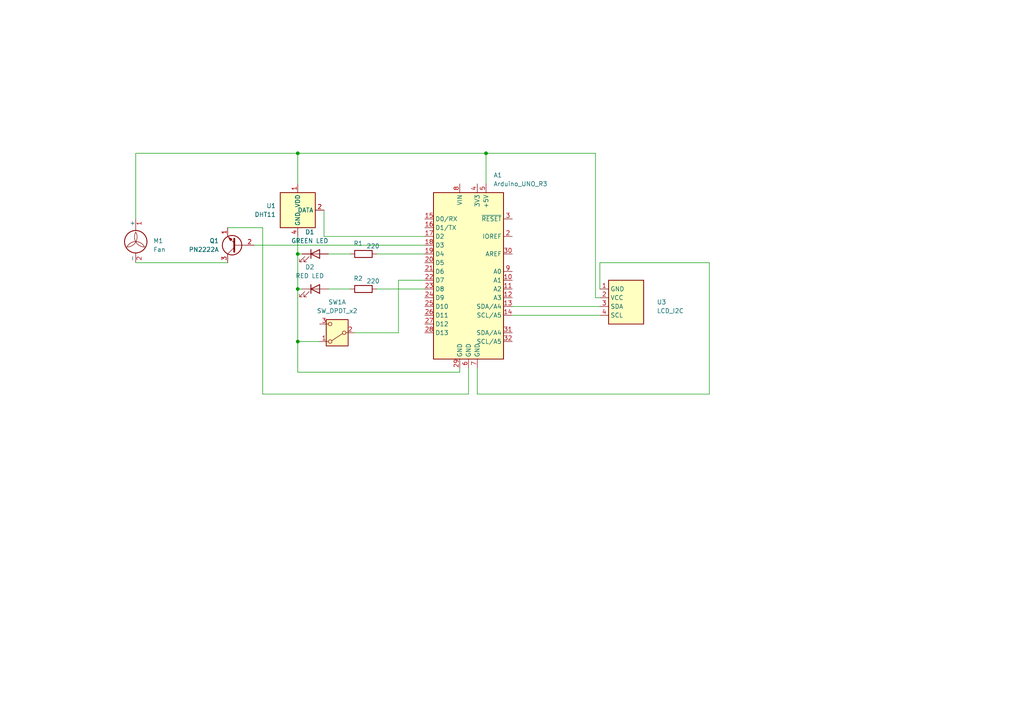
<source format=kicad_sch>
(kicad_sch (version 20250114) (generator "eeschema") (generator_version "9.0")
  (paper "A4")
  (lib_symbols
    (symbol "Custom Components:LCD_I2C"
      (property "Reference" "U3" (at 8.89 1.2701 0))
      (property "Value" "LCD_I2C" (at 8.89 -1.2699 0))
      (symbol "LCD_I2C_0_1"
        (rectangle (start -5.08 7.62) (end 5.08 -5.08) (stroke (width 0.254)) (fill (type background)))
      )
      (symbol "LCD_I2C_1_1"
        (pin bidirectional line (at -7.62 5.08 0) (length 2.54) (name "GND") (number "1"))
        (pin input line (at -7.62 2.54 0) (length 2.54) (name "VCC") (number "2"))
        (pin input line (at -7.62 0 0) (length 2.54) (name "SDA") (number "3"))
        (pin passive line (at -7.62 -2.54 0) (length 2.54) (name "SCL") (number "4"))
      )
    )
    (symbol "Device:LED" (pin_numbers (hide yes)) (pin_names (offset 1.016) (hide yes))
      (property "Reference" "D" (at 0 2.54 0))
      (property "Value" "LED" (at 0 -2.54 0))
      (symbol "LED_0_1"
        (polyline (pts (xy -3.048 -0.762) (xy -4.572 -2.286) (xy -3.81 -2.286) (xy -4.572 -2.286) (xy -4.572 -1.524)))
        (polyline (pts (xy -1.778 -0.762) (xy -3.302 -2.286) (xy -2.54 -2.286) (xy -3.302 -2.286) (xy -3.302 -1.524)))
        (polyline (pts (xy -1.27 0) (xy 1.27 0)))
        (polyline (pts (xy -1.27 -1.27) (xy -1.27 1.27)) (stroke (width 0.254)))
        (polyline (pts (xy 1.27 -1.27) (xy 1.27 1.27) (xy -1.27 0) (xy 1.27 -1.27)) (stroke (width 0.254)))
      )
      (symbol "LED_1_1"
        (pin passive line (at -3.81 0 0) (length 2.54) (name "K") (number "1"))
        (pin passive line (at 3.81 0 180) (length 2.54) (name "A") (number "2"))
      )
    )
    (symbol "Device:R" (pin_numbers (hide yes)) (pin_names (offset 0))
      (property "Reference" "R" (at 2.032 0 90))
      (property "Value" "R" (at 0 0 90))
      (symbol "R_0_1"
        (rectangle (start -1.016 -2.54) (end 1.016 2.54) (stroke (width 0.254)))
      )
      (symbol "R_1_1"
        (pin passive line (at 0 3.81 270) (length 1.27) (name "~") (number "1"))
        (pin passive line (at 0 -3.81 90) (length 1.27) (name "~") (number "2"))
      )
    )
    (symbol "MCU_Module:Arduino_UNO_R3"
      (property "Reference" "A" (at -10.16 23.495 0))
      (property "Value" "Arduino_UNO_R3" (at 5.08 -26.67 0))
      (symbol "Arduino_UNO_R3_0_1"
        (rectangle (start -10.16 22.86) (end 10.16 -25.4) (stroke (width 0.254)) (fill (type background)))
      )
      (symbol "Arduino_UNO_R3_1_1"
        (pin bidirectional line (at -12.7 15.24 0) (length 2.54) (name "D0/RX") (number "15"))
        (pin bidirectional line (at -12.7 12.7 0) (length 2.54) (name "D1/TX") (number "16"))
        (pin bidirectional line (at -12.7 10.16 0) (length 2.54) (name "D2") (number "17"))
        (pin bidirectional line (at -12.7 7.62 0) (length 2.54) (name "D3") (number "18"))
        (pin bidirectional line (at -12.7 5.08 0) (length 2.54) (name "D4") (number "19"))
        (pin bidirectional line (at -12.7 2.54 0) (length 2.54) (name "D5") (number "20"))
        (pin bidirectional line (at -12.7 0 0) (length 2.54) (name "D6") (number "21"))
        (pin bidirectional line (at -12.7 -2.54 0) (length 2.54) (name "D7") (number "22"))
        (pin bidirectional line (at -12.7 -5.08 0) (length 2.54) (name "D8") (number "23"))
        (pin bidirectional line (at -12.7 -7.62 0) (length 2.54) (name "D9") (number "24"))
        (pin bidirectional line (at -12.7 -10.16 0) (length 2.54) (name "D10") (number "25"))
        (pin bidirectional line (at -12.7 -12.7 0) (length 2.54) (name "D11") (number "26"))
        (pin bidirectional line (at -12.7 -15.24 0) (length 2.54) (name "D12") (number "27"))
        (pin bidirectional line (at -12.7 -17.78 0) (length 2.54) (name "D13") (number "28"))
        (pin no_connect line (at -10.16 -20.32 0) (length 2.54) (hide yes) (name "NC") (number "1"))
        (pin power_in line (at -2.54 25.4 270) (length 2.54) (name "VIN") (number "8"))
        (pin power_in line (at -2.54 -27.94 90) (length 2.54) (name "GND") (number "29"))
        (pin power_in line (at 0 -27.94 90) (length 2.54) (name "GND") (number "6"))
        (pin power_out line (at 2.54 25.4 270) (length 2.54) (name "3V3") (number "4"))
        (pin power_in line (at 2.54 -27.94 90) (length 2.54) (name "GND") (number "7"))
        (pin power_out line (at 5.08 25.4 270) (length 2.54) (name "+5V") (number "5"))
        (pin input line (at 12.7 15.24 180) (length 2.54) (name "~{RESET}") (number "3"))
        (pin output line (at 12.7 10.16 180) (length 2.54) (name "IOREF") (number "2"))
        (pin input line (at 12.7 5.08 180) (length 2.54) (name "AREF") (number "30"))
        (pin bidirectional line (at 12.7 0 180) (length 2.54) (name "A0") (number "9"))
        (pin bidirectional line (at 12.7 -2.54 180) (length 2.54) (name "A1") (number "10"))
        (pin bidirectional line (at 12.7 -5.08 180) (length 2.54) (name "A2") (number "11"))
        (pin bidirectional line (at 12.7 -7.62 180) (length 2.54) (name "A3") (number "12"))
        (pin bidirectional line (at 12.7 -10.16 180) (length 2.54) (name "SDA/A4") (number "13"))
        (pin bidirectional line (at 12.7 -12.7 180) (length 2.54) (name "SCL/A5") (number "14"))
        (pin bidirectional line (at 12.7 -17.78 180) (length 2.54) (name "SDA/A4") (number "31"))
        (pin bidirectional line (at 12.7 -20.32 180) (length 2.54) (name "SCL/A5") (number "32"))
      )
    )
    (symbol "Motor:Fan" (pin_names (offset 0))
      (property "Reference" "M" (at 2.54 5.08 0))
      (property "Value" "Fan" (at 2.54 -2.54 0))
      (symbol "Fan_0_1"
        (arc (start 0 3.81) (mid -0.0015 0.9048) (end -2.54 -0.508))
        (polyline (pts (xy 0 4.572) (xy 0 5.08)))
        (polyline (pts (xy 0 4.2672) (xy 0 4.6228)))
        (circle (center 0 1.016) (radius 3.2512) (stroke (width 0.254)))
        (arc (start -2.54 -0.508) (mid 0 1.0618) (end 2.54 -0.508))
        (polyline (pts (xy 0 -2.2352) (xy 0 -2.6416)))
        (polyline (pts (xy 0 -5.08) (xy 0 -4.572)))
        (arc (start 2.54 -0.508) (mid 0.047 0.9315) (end 0 3.81))
      )
      (symbol "Fan_1_1"
        (pin passive line (at 0 7.62 270) (length 2.54) (name "+") (number "1"))
        (pin passive line (at 0 -5.08 90) (length 2.54) (name "-") (number "2"))
      )
    )
    (symbol "Sensor:DHT11"
      (property "Reference" "U" (at -3.81 6.35 0))
      (property "Value" "DHT11" (at 3.81 6.35 0))
      (symbol "DHT11_0_1"
        (rectangle (start -5.08 5.08) (end 5.08 -5.08) (stroke (width 0.254)) (fill (type background)))
      )
      (symbol "DHT11_1_1"
        (pin no_connect line (at -5.08 0 0) (length 2.54) (hide yes) (name "NC") (number "3"))
        (pin power_in line (at 0 7.62 270) (length 2.54) (name "VDD") (number "1"))
        (pin power_in line (at 0 -7.62 90) (length 2.54) (name "GND") (number "4"))
        (pin bidirectional line (at 7.62 0 180) (length 2.54) (name "DATA") (number "2"))
      )
    )
    (symbol "Switch:SW_DPDT_x2" (pin_names (offset 0) (hide yes))
      (property "Reference" "SW" (at 0 5.08 0))
      (property "Value" "SW_DPDT_x2" (at 0 -5.08 0))
      (symbol "SW_DPDT_x2_0_0"
        (circle (center -2.032 0) (radius 0.508))
        (circle (center 2.032 -2.54) (radius 0.508))
      )
      (symbol "SW_DPDT_x2_0_1"
        (rectangle (start -3.175 3.81) (end 3.175 -3.81) (stroke (width 0.254)) (fill (type background)))
        (polyline (pts (xy -1.524 0.254) (xy 1.5748 2.286)))
        (circle (center 2.032 2.54) (radius 0.508))
      )
      (symbol "SW_DPDT_x2_1_1"
        (pin passive line (at -5.08 0 0) (length 2.54) (name "B") (number "2"))
        (pin passive line (at 5.08 2.54 180) (length 2.54) (name "A") (number "1"))
        (pin passive line (at 5.08 -2.54 180) (length 2.54) (name "C") (number "3"))
      )
      (symbol "SW_DPDT_x2_2_1"
        (pin passive line (at -5.08 0 0) (length 2.54) (name "B") (number "5"))
        (pin passive line (at 5.08 2.54 180) (length 2.54) (name "A") (number "4"))
        (pin passive line (at 5.08 -2.54 180) (length 2.54) (name "C") (number "6"))
      )
    )
    (symbol "Transistor_BJT:PN2222A" (pin_names (offset 0) (hide yes))
      (property "Reference" "Q" (at 5.08 1.905 0))
      (property "Value" "PN2222A" (at 5.08 0 0))
      (symbol "PN2222A_0_1"
        (polyline (pts (xy -2.54 0) (xy 0.635 0)))
        (polyline (pts (xy 0.635 1.905) (xy 0.635 -1.905)) (stroke (width 0.508)))
        (circle (center 1.27 0) (radius 2.8194) (stroke (width 0.254)))
      )
      (symbol "PN2222A_1_1"
        (polyline (pts (xy 0.635 0.635) (xy 2.54 2.54)))
        (polyline (pts (xy 0.635 -0.635) (xy 2.54 -2.54)))
        (polyline (pts (xy 1.27 -1.778) (xy 1.778 -1.27) (xy 2.286 -2.286) (xy 1.27 -1.778)) (fill (type outline)))
        (pin input line (at -5.08 0 0) (length 2.54) (name "B") (number "2"))
        (pin passive line (at 2.54 5.08 270) (length 2.54) (name "C") (number "3"))
        (pin passive line (at 2.54 -5.08 90) (length 2.54) (name "E") (number "1"))
      )
    )
  )
  (junction (at 86.36 99.06))
  (junction (at 86.36 83.82))
  (junction (at 140.97 44.45))
  (junction (at 86.36 44.45))
  (junction (at 86.36 73.66))
  (wire (pts (xy 86.36 73.66) (xy 86.36 83.82)))
  (wire (pts (xy 66.04 66.04) (xy 76.2 66.04)))
  (wire (pts (xy 86.36 99.06) (xy 86.36 107.95)))
  (wire (pts (xy 39.37 76.2) (xy 66.04 76.2)))
  (wire (pts (xy 93.98 68.58) (xy 123.19 68.58)))
  (wire (pts (xy 173.99 86.36) (xy 172.72 86.36)))
  (wire (pts (xy 140.97 44.45) (xy 86.36 44.45)))
  (wire (pts (xy 39.37 44.45) (xy 86.36 44.45)))
  (wire (pts (xy 86.36 107.95) (xy 133.35 107.95)))
  (wire (pts (xy 86.36 44.45) (xy 86.36 53.34)))
  (wire (pts (xy 173.99 83.82) (xy 173.99 76.2)))
  (wire (pts (xy 173.99 76.2) (xy 205.74 76.2)))
  (wire (pts (xy 73.66 71.12) (xy 123.19 71.12)))
  (wire (pts (xy 138.43 114.3) (xy 138.43 106.68)))
  (wire (pts (xy 95.25 73.66) (xy 101.6 73.66)))
  (wire (pts (xy 135.89 106.68) (xy 135.89 114.3)))
  (wire (pts (xy 109.22 73.66) (xy 123.19 73.66)))
  (wire (pts (xy 93.98 68.58) (xy 93.98 60.96)))
  (wire (pts (xy 133.35 107.95) (xy 133.35 106.68)))
  (wire (pts (xy 205.74 76.2) (xy 205.74 114.3)))
  (wire (pts (xy 140.97 53.34) (xy 140.97 44.45)))
  (wire (pts (xy 87.63 73.66) (xy 86.36 73.66)))
  (wire (pts (xy 86.36 83.82) (xy 86.36 99.06)))
  (wire (pts (xy 115.57 96.52) (xy 102.87 96.52)))
  (wire (pts (xy 86.36 99.06) (xy 92.71 99.06)))
  (wire (pts (xy 95.25 83.82) (xy 101.6 83.82)))
  (wire (pts (xy 86.36 68.58) (xy 86.36 73.66)))
  (wire (pts (xy 76.2 114.3) (xy 135.89 114.3)))
  (wire (pts (xy 138.43 114.3) (xy 205.74 114.3)))
  (wire (pts (xy 109.22 83.82) (xy 123.19 83.82)))
  (wire (pts (xy 76.2 66.04) (xy 76.2 114.3)))
  (wire (pts (xy 115.57 81.28) (xy 115.57 96.52)))
  (wire (pts (xy 148.59 88.9) (xy 173.99 88.9)))
  (wire (pts (xy 87.63 83.82) (xy 86.36 83.82)))
  (wire (pts (xy 172.72 44.45) (xy 140.97 44.45)))
  (wire (pts (xy 123.19 81.28) (xy 115.57 81.28)))
  (wire (pts (xy 148.59 91.44) (xy 173.99 91.44)))
  (wire (pts (xy 172.72 44.45) (xy 172.72 86.36)))
  (wire (pts (xy 39.37 63.5) (xy 39.37 44.45)))
  (symbol (lib_id "Device:R") (at 105.41 73.66 90) (unit 1)
    (property "Reference" "R1" (at 103.886 70.612 90))
    (property "Value" "220" (at 108.204 71.374 90))
    (property "Description" "Resistor" (effects (hide yes)))
  )
  (symbol (lib_id "Custom Components:LCD_I2C") (at 181.61 88.9 0) (unit 1)
    (property "Reference" "U3" (at 190.5 87.6299 0) (effects (justify left)))
    (property "Value" "LCD_I2C" (at 190.5 90.1699 0) (effects (justify left)))
    (property "Footprint" "Display:NHD-C0220BiZ" (effects (hide yes)))
    (property "Datasheet" "http://www.newhavendisplay.com/specs/NHD-C0220BiZ-FSW-FBW-3V3M.pdf" (effects (hide yes)))
    (property "Description" "LCD 20x2 Alphanumeric 10pin Blue/White/Green Backlight, i2c, 3.3V VDD" (effects (hide yes)))
  )
  (symbol (lib_id "Device:R") (at 105.41 83.82 90) (unit 1)
    (property "Reference" "R2" (at 103.886 80.772 90))
    (property "Value" "220" (at 108.204 81.534 90))
    (property "Description" "Resistor" (effects (hide yes)))
  )
  (symbol (lib_id "Device:LED") (at 91.44 83.82 0) (unit 1)
    (property "Reference" "D2" (at 89.8525 77.47 0))
    (property "Value" "RED LED" (at 89.8525 80.01 0))
    (property "Description" "Light emitting diode" (effects (hide yes)))
    (property "Sim.Pins" "1=K 2=A" (effects (hide yes)))
  )
  (symbol (lib_id "Motor:Fan") (at 39.37 71.12 0) (unit 1)
    (property "Reference" "M1" (at 44.45 69.8499 0) (effects (justify left)))
    (property "Value" "Fan" (at 44.45 72.3899 0) (effects (justify left)))
    (property "Description" "Fan" (effects (hide yes)))
  )
  (symbol (lib_id "Sensor:DHT11") (at 86.36 60.96 0) (unit 1)
    (property "Reference" "U1" (at 80.01 59.6899 0) (effects (justify right)))
    (property "Value" "DHT11" (at 80.01 62.2299 0) (effects (justify right)))
    (property "Footprint" "Sensor:Aosong_DHT11_5.5x12.0_P2.54mm" (effects (hide yes)))
    (property "Datasheet" "http://akizukidenshi.com/download/ds/aosong/DHT11.pdf" (effects (hide yes)))
    (property "Description" "3.3V to 5.5V, temperature and humidity module, DHT11" (effects (hide yes)))
  )
  (symbol (lib_id "MCU_Module:Arduino_UNO_R3") (at 135.89 78.74 0) (unit 1)
    (property "Reference" "A1" (at 143.1133 50.8 0) (effects (justify left)))
    (property "Value" "Arduino_UNO_R3" (at 143.1133 53.34 0) (effects (justify left)))
    (property "Footprint" "Module:Arduino_UNO_R3" (effects (hide yes)))
    (property "Datasheet" "https://www.arduino.cc/en/Main/arduinoBoardUno" (effects (hide yes)))
    (property "Description" "Arduino UNO Microcontroller Module, release 3" (effects (hide yes)))
  )
  (symbol (lib_id "Switch:SW_DPDT_x2") (at 97.79 96.52 180) (unit 1)
    (property "Reference" "SW1" (at 97.79 87.63 0))
    (property "Value" "SW_DPDT_x2" (at 97.79 90.17 0))
    (property "Description" "Switch, dual pole double throw, separate symbols" (effects (hide yes)))
  )
  (symbol (lib_id "Transistor_BJT:PN2222A") (at 68.58 71.12 180) (unit 1)
    (property "Reference" "Q1" (at 63.5 69.8499 0) (effects (justify left)))
    (property "Value" "PN2222A" (at 63.5 72.3899 0) (effects (justify left)))
    (property "Footprint" "Package_TO_SOT_THT:TO-92_Inline" (effects (hide yes)))
    (property "Datasheet" "https://www.onsemi.com/pub/Collateral/PN2222-D.PDF" (effects (hide yes)))
    (property "Description" "1A Ic, 40V Vce, NPN Transistor, General Purpose Transistor, TO-92" (effects (hide yes)))
  )
  (symbol (lib_id "Device:LED") (at 91.44 73.66 0) (unit 1)
    (property "Reference" "D1" (at 89.8525 67.31 0))
    (property "Value" "GREEN LED" (at 89.8525 69.85 0))
    (property "Description" "Light emitting diode" (effects (hide yes)))
    (property "Sim.Pins" "1=K 2=A" (effects (hide yes)))
  )
)
</source>
